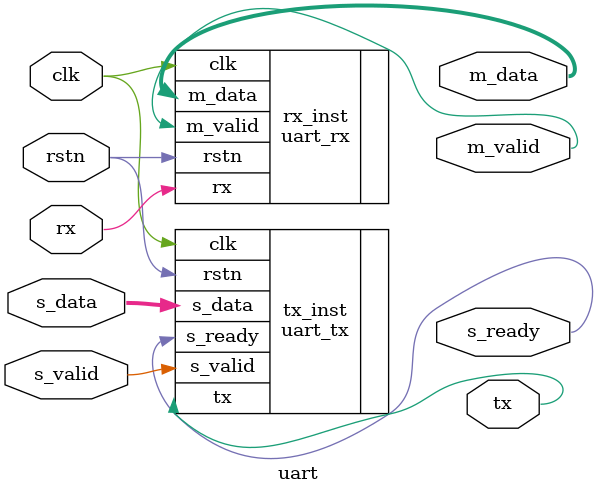
<source format=sv>
module uart #(
  parameter CLOCKS_PER_PULSE = 5208,  // For 9600 baud at 50 MHz
            BITS_PER_WORD    = 8
)(
  input  logic clk,
  input  logic rstn,
  
  // TX interface
  input  logic s_valid,      						//from data source  , input control to the transmitter                
  input  logic [BITS_PER_WORD-1:0] s_data,	//from data source  , input data to the transmitter 
  output logic s_ready,								//to the data source
  output logic tx,
  
  // RX interface
  input  logic rx,
  output logic m_valid,								//data output validity
  output logic [BITS_PER_WORD-1:0] m_data		//output data
);

  // Instantiate TX module
  uart_tx #(
    .CLOCKS_PER_PULSE(CLOCKS_PER_PULSE),
    .BITS_PER_WORD(BITS_PER_WORD)
  ) tx_inst (
    .clk(clk),
    .rstn(rstn),
    .s_valid(s_valid),
    .s_data(s_data),
    .tx(tx),
    .s_ready(s_ready)
  );

  // Instantiate RX module
  uart_rx #(
    .CLOCKS_PER_PULSE(CLOCKS_PER_PULSE),
    .BITS_PER_WORD(BITS_PER_WORD)
  ) rx_inst (
    .clk(clk),
    .rstn(rstn),
    .rx(rx),
    .m_valid(m_valid),
    .m_data(m_data)
  );

endmodule 
</source>
